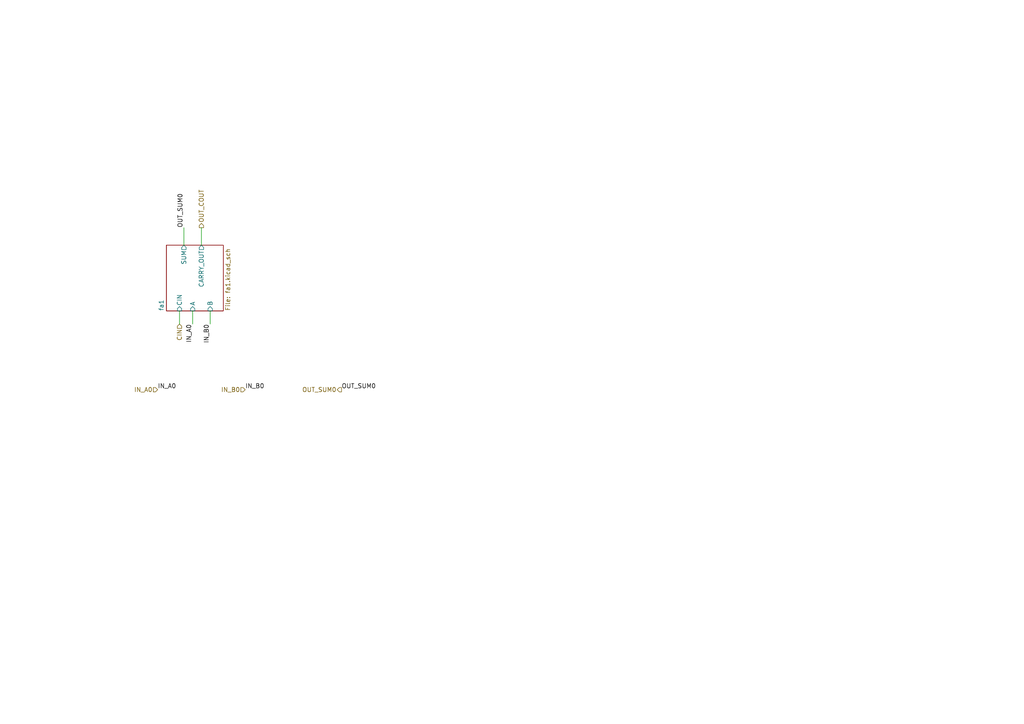
<source format=kicad_sch>
(kicad_sch
	(version 20250114)
	(generator "eeschema")
	(generator_version "9.0")
	(uuid "48468366-f976-49d7-954f-9c2b2248d39b")
	(paper "A4")
	(lib_symbols)
	(wire
		(pts
			(xy 58.42 71.12) (xy 58.42 66.04)
		)
		(stroke
			(width 0)
			(type default)
		)
		(uuid "28f3d34e-fc4d-4884-a1ab-7343cd42341f")
	)
	(wire
		(pts
			(xy 53.34 66.04) (xy 53.34 71.12)
		)
		(stroke
			(width 0)
			(type default)
		)
		(uuid "7cc1eae9-87c4-4b6c-8ffd-58eb42b469ff")
	)
	(wire
		(pts
			(xy 60.96 90.17) (xy 60.96 93.98)
		)
		(stroke
			(width 0)
			(type default)
		)
		(uuid "8f475502-bedb-4483-b276-108e347da6b0")
	)
	(wire
		(pts
			(xy 55.88 90.17) (xy 55.88 93.98)
		)
		(stroke
			(width 0)
			(type default)
		)
		(uuid "945ae62b-e91c-4cf6-8688-e41a50ba6d46")
	)
	(wire
		(pts
			(xy 52.07 90.17) (xy 52.07 93.98)
		)
		(stroke
			(width 0)
			(type default)
		)
		(uuid "aa40aa0f-450d-47ce-8dd6-391c81751e28")
	)
	(label "OUT_SUM0"
		(at 53.34 66.04 90)
		(effects
			(font
				(size 1.27 1.27)
			)
			(justify left bottom)
		)
		(uuid "3f25d223-d45a-46a8-883d-33f2a9621ba8")
	)
	(label "IN_A0"
		(at 55.88 93.98 270)
		(effects
			(font
				(size 1.27 1.27)
			)
			(justify right bottom)
		)
		(uuid "4fb18052-086e-4b75-8d93-d1575a6f44a4")
	)
	(label "IN_B0"
		(at 60.96 93.98 270)
		(effects
			(font
				(size 1.27 1.27)
			)
			(justify right bottom)
		)
		(uuid "57a06ff9-6611-4bf4-b41f-56ad188a0d0c")
	)
	(label "IN_A0"
		(at 45.72 113.03 0)
		(effects
			(font
				(size 1.27 1.27)
			)
			(justify left bottom)
		)
		(uuid "93d58222-25fb-48bc-b9b7-0e7153f3decf")
	)
	(label "OUT_SUM0"
		(at 99.06 113.03 0)
		(effects
			(font
				(size 1.27 1.27)
			)
			(justify left bottom)
		)
		(uuid "976a15d8-c307-44da-a780-a4f2d1ef8cb0")
	)
	(label "IN_B0"
		(at 71.12 113.03 0)
		(effects
			(font
				(size 1.27 1.27)
			)
			(justify left bottom)
		)
		(uuid "f0e681fb-fdb5-4e2d-9f59-a03baf02b4f6")
	)
	(hierarchical_label "OUT_SUM0"
		(shape output)
		(at 99.06 113.03 180)
		(effects
			(font
				(size 1.27 1.27)
			)
			(justify right)
		)
		(uuid "3cc9f090-3f90-4d79-b44d-091e18f48a18")
	)
	(hierarchical_label "OUT_COUT"
		(shape output)
		(at 58.42 66.04 90)
		(effects
			(font
				(size 1.27 1.27)
			)
			(justify left)
		)
		(uuid "806df13c-9c50-4ec5-86e6-12f8aeab088a")
	)
	(hierarchical_label "IN_B0"
		(shape input)
		(at 71.12 113.03 180)
		(effects
			(font
				(size 1.27 1.27)
			)
			(justify right)
		)
		(uuid "b6abf959-b74f-4116-ad5a-c7ae6c8cbb64")
	)
	(hierarchical_label "CIN"
		(shape input)
		(at 52.07 93.98 270)
		(effects
			(font
				(size 1.27 1.27)
			)
			(justify right)
		)
		(uuid "df7d0915-0c1b-4891-b818-1ca8e9ce43a8")
	)
	(hierarchical_label "IN_A0"
		(shape input)
		(at 45.72 113.03 180)
		(effects
			(font
				(size 1.27 1.27)
			)
			(justify right)
		)
		(uuid "ff655a4b-5394-4a05-afad-d11fd7580948")
	)
	(sheet
		(at 48.26 71.12)
		(size 16.51 19.05)
		(exclude_from_sim no)
		(in_bom yes)
		(on_board yes)
		(dnp no)
		(fields_autoplaced yes)
		(stroke
			(width 0.1524)
			(type solid)
		)
		(fill
			(color 0 0 0 0.0000)
		)
		(uuid "30165e55-4714-4a47-b727-f6e598a5c4c6")
		(property "Sheetname" "fa1"
			(at 47.5484 90.17 90)
			(effects
				(font
					(size 1.27 1.27)
				)
				(justify left bottom)
			)
		)
		(property "Sheetfile" "fa1.kicad_sch"
			(at 65.3546 90.17 90)
			(effects
				(font
					(size 1.27 1.27)
				)
				(justify left top)
			)
		)
		(pin "A" input
			(at 55.88 90.17 270)
			(uuid "a2da4aeb-6f0b-4fcf-bf65-324446f9f75b")
			(effects
				(font
					(size 1.27 1.27)
				)
				(justify left)
			)
		)
		(pin "B" input
			(at 60.96 90.17 270)
			(uuid "1d295d99-fe32-4949-8f5c-7a6071a1feba")
			(effects
				(font
					(size 1.27 1.27)
				)
				(justify left)
			)
		)
		(pin "CARRY_OUT" output
			(at 58.42 71.12 90)
			(uuid "80efa6ca-66e0-4cd3-b110-e9ea2e1273b7")
			(effects
				(font
					(size 1.27 1.27)
				)
				(justify right)
			)
		)
		(pin "SUM" output
			(at 53.34 71.12 90)
			(uuid "75cd83cd-2281-4604-9279-23e8cfd9efd3")
			(effects
				(font
					(size 1.27 1.27)
				)
				(justify right)
			)
		)
		(pin "CIN" input
			(at 52.07 90.17 270)
			(uuid "1e3d9c99-9c7b-4d3c-a8b7-ea9430b22e8d")
			(effects
				(font
					(size 1.27 1.27)
				)
				(justify left)
			)
		)
		(instances
			(project "ICD24_FA"
				(path "/b041be17-3693-4432-854e-c071e14fa049/d1a07076-3f99-479b-bb2c-5a28524ecc3b"
					(page "167")
				)
			)
		)
	)
)

</source>
